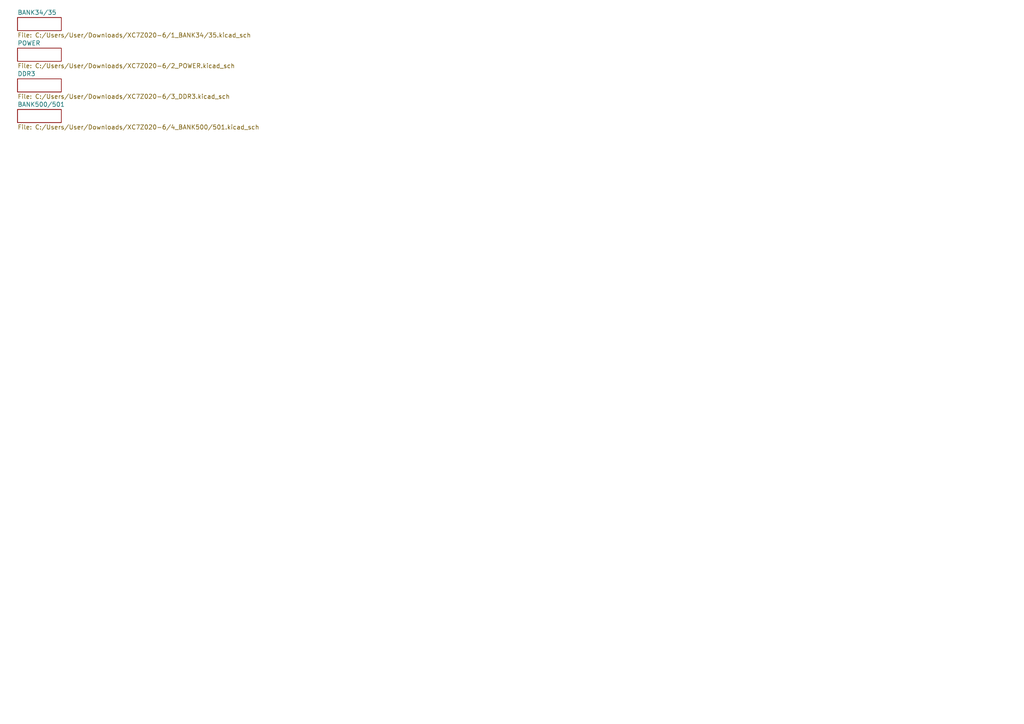
<source format=kicad_sch>
(kicad_sch
	(version 20231120)
	(generator "eeschema")
	(generator_version "8.0")
	(uuid "2cb711d8-2bac-4134-8e97-89e4c5dae062")
	(paper "A4")
	(lib_symbols)
	(sheet
		(at 5.08 13.97)
		(size 12.7 3.81)
		(fields_autoplaced yes)
		(stroke
			(width 0)
			(type solid)
		)
		(fill
			(color 0 0 0 0.0000)
		)
		(uuid "0c3ceeb5-4419-424e-b95f-dc4d2fea73fc")
		(property "Sheetname" "POWER"
			(at 5.08 13.2584 0)
			(effects
				(font
					(size 1.27 1.27)
				)
				(justify left bottom)
			)
		)
		(property "Sheetfile" "C:/Users/User/Downloads/XC7Z020-6/2_POWER.kicad_sch"
			(at 5.08 18.3646 0)
			(effects
				(font
					(size 1.27 1.27)
				)
				(justify left top)
			)
		)
		(instances
			(project "ProDocument_ZYNQ7020_V1_2024-04-10"
				(path "/2cb711d8-2bac-4134-8e97-89e4c5dae062"
					(page "3")
				)
			)
		)
	)
	(sheet
		(at 5.08 5.08)
		(size 12.7 3.81)
		(fields_autoplaced yes)
		(stroke
			(width 0)
			(type solid)
		)
		(fill
			(color 0 0 0 0.0000)
		)
		(uuid "2ca07063-57e4-45d3-bd6b-465bbb6c58e4")
		(property "Sheetname" "BANK34/35"
			(at 5.08 4.3684 0)
			(effects
				(font
					(size 1.27 1.27)
				)
				(justify left bottom)
			)
		)
		(property "Sheetfile" "C:/Users/User/Downloads/XC7Z020-6/1_BANK34{slash}35.kicad_sch"
			(at 5.08 9.4746 0)
			(effects
				(font
					(size 1.27 1.27)
				)
				(justify left top)
			)
		)
		(instances
			(project "ProDocument_ZYNQ7020_V1_2024-04-10"
				(path "/2cb711d8-2bac-4134-8e97-89e4c5dae062"
					(page "2")
				)
			)
		)
	)
	(sheet
		(at 5.08 22.86)
		(size 12.7 3.81)
		(fields_autoplaced yes)
		(stroke
			(width 0)
			(type solid)
		)
		(fill
			(color 0 0 0 0.0000)
		)
		(uuid "6df107da-e740-419d-8fdb-99bb491a6ad1")
		(property "Sheetname" "DDR3"
			(at 5.08 22.1484 0)
			(effects
				(font
					(size 1.27 1.27)
				)
				(justify left bottom)
			)
		)
		(property "Sheetfile" "C:/Users/User/Downloads/XC7Z020-6/3_DDR3.kicad_sch"
			(at 5.08 27.2546 0)
			(effects
				(font
					(size 1.27 1.27)
				)
				(justify left top)
			)
		)
		(instances
			(project "ProDocument_ZYNQ7020_V1_2024-04-10"
				(path "/2cb711d8-2bac-4134-8e97-89e4c5dae062"
					(page "4")
				)
			)
		)
	)
	(sheet
		(at 5.08 31.75)
		(size 12.7 3.81)
		(fields_autoplaced yes)
		(stroke
			(width 0)
			(type solid)
		)
		(fill
			(color 0 0 0 0.0000)
		)
		(uuid "7b042c10-43e0-40d8-883b-042bab87adcf")
		(property "Sheetname" "BANK500/501"
			(at 5.08 31.0384 0)
			(effects
				(font
					(size 1.27 1.27)
				)
				(justify left bottom)
			)
		)
		(property "Sheetfile" "C:/Users/User/Downloads/XC7Z020-6/4_BANK500{slash}501.kicad_sch"
			(at 5.08 36.1446 0)
			(effects
				(font
					(size 1.27 1.27)
				)
				(justify left top)
			)
		)
		(instances
			(project "ProDocument_ZYNQ7020_V1_2024-04-10"
				(path "/2cb711d8-2bac-4134-8e97-89e4c5dae062"
					(page "5")
				)
			)
		)
	)
	(sheet_instances
		(path "/"
			(page "1")
		)
	)
)
</source>
